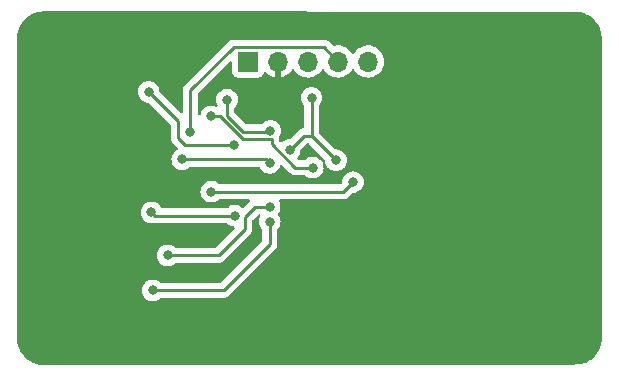
<source format=gbr>
%TF.GenerationSoftware,KiCad,Pcbnew,(6.0.4)*%
%TF.CreationDate,2022-05-29T02:27:13+01:00*%
%TF.ProjectId,16-LED Board,31362d4c-4544-4204-926f-6172642e6b69,V1.0*%
%TF.SameCoordinates,Original*%
%TF.FileFunction,Copper,L2,Bot*%
%TF.FilePolarity,Positive*%
%FSLAX46Y46*%
G04 Gerber Fmt 4.6, Leading zero omitted, Abs format (unit mm)*
G04 Created by KiCad (PCBNEW (6.0.4)) date 2022-05-29 02:27:13*
%MOMM*%
%LPD*%
G01*
G04 APERTURE LIST*
%TA.AperFunction,ComponentPad*%
%ADD10R,1.700000X1.700000*%
%TD*%
%TA.AperFunction,ComponentPad*%
%ADD11O,1.700000X1.700000*%
%TD*%
%TA.AperFunction,ViaPad*%
%ADD12C,0.800000*%
%TD*%
%TA.AperFunction,ViaPad*%
%ADD13C,0.600000*%
%TD*%
%TA.AperFunction,Conductor*%
%ADD14C,0.250000*%
%TD*%
%TA.AperFunction,Conductor*%
%ADD15C,0.380000*%
%TD*%
G04 APERTURE END LIST*
D10*
%TO.P,J1,1,Pin_1*%
%TO.N,VCC*%
X141737000Y-93421200D03*
D11*
%TO.P,J1,2,Pin_2*%
%TO.N,GND*%
X144277000Y-93421200D03*
%TO.P,J1,3,Pin_3*%
%TO.N,/LATCH*%
X146817000Y-93421200D03*
%TO.P,J1,4,Pin_4*%
%TO.N,/CLOCK*%
X149357000Y-93421200D03*
%TO.P,J1,5,Pin_5*%
%TO.N,/DATA*%
X151897000Y-93421200D03*
%TD*%
D12*
%TO.N,/DATA_S*%
X138607800Y-98069400D03*
X147218400Y-102412800D03*
%TO.N,/LED15*%
X140563600Y-100457000D03*
X133324600Y-95986600D03*
%TO.N,/LED14*%
X136169400Y-101701600D03*
X143572000Y-102004780D03*
%TO.N,/CLOCK*%
X136843100Y-99390200D03*
%TO.N,/LATCH*%
X145265747Y-100914200D03*
%TO.N,/LED12*%
X140614400Y-106476800D03*
X133562600Y-106197400D03*
%TO.N,/LED10*%
X143572000Y-106984800D03*
X133654800Y-112801400D03*
%TO.N,/LED11*%
X143572000Y-105714800D03*
X134924800Y-109829600D03*
D13*
%TO.N,GND*%
X129489200Y-100888800D03*
D12*
%TO.N,/LED16*%
X143637000Y-99288600D03*
X139954000Y-96647000D03*
%TO.N,/DATA*%
X138622000Y-104444800D03*
X150627138Y-103628006D03*
%TO.N,/LATCH*%
X149188400Y-101777800D03*
X147116800Y-96494600D03*
D13*
%TO.N,GND*%
X154000200Y-96697800D03*
X151841200Y-110032800D03*
X164058600Y-97409000D03*
X144703800Y-96596200D03*
%TD*%
D14*
%TO.N,/DATA_S*%
X145739733Y-102412800D02*
X147218400Y-102412800D01*
X141287394Y-100013111D02*
X143764000Y-100013111D01*
X143764000Y-100013111D02*
X143764000Y-100437067D01*
X139343683Y-98069400D02*
X141287394Y-100013111D01*
X138607800Y-98069400D02*
X139343683Y-98069400D01*
X143764000Y-100437067D02*
X145739733Y-102412800D01*
%TO.N,/LED14*%
X143268820Y-101701600D02*
X143572000Y-102004780D01*
X136169400Y-101701600D02*
X143268820Y-101701600D01*
%TO.N,/LED15*%
X136398000Y-100457000D02*
X140563600Y-100457000D01*
X135813800Y-99872800D02*
X136398000Y-100457000D01*
X135813800Y-98475800D02*
X135813800Y-99872800D01*
X133324600Y-95986600D02*
X135813800Y-98475800D01*
%TO.N,/CLOCK*%
X148132489Y-92196689D02*
X149357000Y-93421200D01*
X136843100Y-95866078D02*
X140512489Y-92196689D01*
X140512489Y-92196689D02*
X148132489Y-92196689D01*
X136843100Y-99390200D02*
X136843100Y-95866078D01*
%TO.N,/LATCH*%
X146473747Y-99706200D02*
X147116800Y-99706200D01*
X145265747Y-100914200D02*
X146473747Y-99706200D01*
%TO.N,/LED12*%
X140614400Y-106476800D02*
X133842000Y-106476800D01*
X133842000Y-106476800D02*
X133562600Y-106197400D01*
%TO.N,/LED10*%
X143572000Y-108904000D02*
X143572000Y-106984800D01*
X133654800Y-112801400D02*
X139674600Y-112801400D01*
X139674600Y-112801400D02*
X143572000Y-108904000D01*
%TO.N,/LED11*%
X142341600Y-105714800D02*
X143572000Y-105714800D01*
X141452600Y-106603800D02*
X142341600Y-105714800D01*
X141452600Y-107619800D02*
X141452600Y-106603800D01*
X139242800Y-109829600D02*
X141452600Y-107619800D01*
X134924800Y-109829600D02*
X139242800Y-109829600D01*
D15*
%TO.N,GND*%
X153588800Y-95229600D02*
X145968800Y-95229600D01*
X145968800Y-95229600D02*
X144277000Y-95229600D01*
D14*
%TO.N,/LED16*%
X141274800Y-99364800D02*
X143560800Y-99364800D01*
X139954000Y-96647000D02*
X139954000Y-98044000D01*
X139954000Y-98044000D02*
X141274800Y-99364800D01*
X143560800Y-99364800D02*
X143637000Y-99288600D01*
%TO.N,/DATA*%
X150627138Y-103628006D02*
X149810344Y-104444800D01*
X149810344Y-104444800D02*
X138622000Y-104444800D01*
%TO.N,/LATCH*%
X147116800Y-99706200D02*
X149188400Y-101777800D01*
X147116800Y-96494600D02*
X147116800Y-99706200D01*
D15*
%TO.N,GND*%
X153416000Y-96113600D02*
X152704800Y-96113600D01*
X151841200Y-96977200D02*
X152704800Y-96113600D01*
X152704800Y-96113600D02*
X153588800Y-95229600D01*
X154000200Y-96697800D02*
X153416000Y-96113600D01*
X151841200Y-110032800D02*
X151841200Y-96977200D01*
X154538600Y-95229600D02*
X153588800Y-95229600D01*
X156718000Y-97409000D02*
X154538600Y-95229600D01*
X164058600Y-97409000D02*
X156718000Y-97409000D01*
X144277000Y-93421200D02*
X144277000Y-95229600D01*
X144277000Y-95229600D02*
X144277000Y-96169400D01*
X144277000Y-96169400D02*
X144703800Y-96596200D01*
%TD*%
%TA.AperFunction,Conductor*%
%TO.N,GND*%
G36*
X169393928Y-89205273D02*
G01*
X169413240Y-89206773D01*
X169428247Y-89209109D01*
X169428249Y-89209109D01*
X169437124Y-89210491D01*
X169454323Y-89208242D01*
X169478262Y-89207409D01*
X169705155Y-89221133D01*
X169720260Y-89222967D01*
X169970701Y-89268862D01*
X169985474Y-89272503D01*
X170228567Y-89348254D01*
X170242785Y-89353646D01*
X170474965Y-89458142D01*
X170488437Y-89465212D01*
X170678611Y-89580177D01*
X170706330Y-89596934D01*
X170718852Y-89605577D01*
X170919286Y-89762607D01*
X170930674Y-89772697D01*
X171110703Y-89952726D01*
X171120793Y-89964114D01*
X171262623Y-90145146D01*
X171277823Y-90164548D01*
X171286466Y-90177070D01*
X171418187Y-90394962D01*
X171425257Y-90408433D01*
X171521450Y-90622164D01*
X171529752Y-90640611D01*
X171535148Y-90654838D01*
X171610897Y-90897926D01*
X171614538Y-90912699D01*
X171660433Y-91163140D01*
X171662267Y-91178244D01*
X171674238Y-91376140D01*
X171675554Y-91397904D01*
X171674292Y-91424707D01*
X171674290Y-91424853D01*
X171672909Y-91433724D01*
X171674073Y-91442626D01*
X171674073Y-91442631D01*
X171677062Y-91465486D01*
X171678126Y-91481742D01*
X171684143Y-100994442D01*
X171692159Y-113667509D01*
X171694134Y-116790755D01*
X171692633Y-116810223D01*
X171690355Y-116824848D01*
X171690355Y-116824856D01*
X171688974Y-116833724D01*
X171691223Y-116850919D01*
X171692056Y-116874862D01*
X171678332Y-117101753D01*
X171676498Y-117116858D01*
X171630604Y-117367294D01*
X171626964Y-117382062D01*
X171551212Y-117625158D01*
X171545816Y-117639384D01*
X171441323Y-117871556D01*
X171434252Y-117885029D01*
X171302531Y-118102918D01*
X171293888Y-118115440D01*
X171136862Y-118315868D01*
X171126772Y-118327257D01*
X170946737Y-118507290D01*
X170935348Y-118517380D01*
X170734919Y-118674403D01*
X170722397Y-118683046D01*
X170504505Y-118814764D01*
X170491032Y-118821835D01*
X170258850Y-118926329D01*
X170244623Y-118931724D01*
X170163032Y-118957148D01*
X170001540Y-119007469D01*
X169986773Y-119011108D01*
X169752461Y-119054045D01*
X169736331Y-119057001D01*
X169721226Y-119058835D01*
X169704360Y-119059855D01*
X169501403Y-119072129D01*
X169475263Y-119070898D01*
X169474618Y-119070890D01*
X169465748Y-119069509D01*
X169456845Y-119070673D01*
X169456842Y-119070673D01*
X169433997Y-119073660D01*
X169417737Y-119074724D01*
X149189503Y-119086129D01*
X124458460Y-119100072D01*
X124439006Y-119098572D01*
X124424352Y-119096291D01*
X124415476Y-119094909D01*
X124398277Y-119097158D01*
X124374338Y-119097991D01*
X124147445Y-119084267D01*
X124132340Y-119082433D01*
X123881899Y-119036538D01*
X123867126Y-119032897D01*
X123797206Y-119011109D01*
X123624033Y-118957146D01*
X123609815Y-118951754D01*
X123377633Y-118847257D01*
X123364162Y-118840187D01*
X123322108Y-118814764D01*
X123146269Y-118708465D01*
X123133748Y-118699823D01*
X122933314Y-118542793D01*
X122921926Y-118532703D01*
X122741897Y-118352674D01*
X122731807Y-118341286D01*
X122574777Y-118140852D01*
X122566134Y-118128330D01*
X122434413Y-117910438D01*
X122427342Y-117896965D01*
X122415930Y-117871609D01*
X122322846Y-117664785D01*
X122317452Y-117650562D01*
X122241703Y-117407474D01*
X122238062Y-117392701D01*
X122192167Y-117142260D01*
X122190333Y-117127156D01*
X122188018Y-117088893D01*
X122177268Y-116911163D01*
X122178521Y-116887616D01*
X122178334Y-116887599D01*
X122178769Y-116882750D01*
X122179576Y-116877952D01*
X122179729Y-116865400D01*
X122175818Y-116838091D01*
X122174545Y-116820103D01*
X122185147Y-106197400D01*
X132649096Y-106197400D01*
X132649786Y-106203965D01*
X132667248Y-106370103D01*
X132669058Y-106387328D01*
X132728073Y-106568956D01*
X132731376Y-106574678D01*
X132731377Y-106574679D01*
X132753643Y-106613244D01*
X132823560Y-106734344D01*
X132827978Y-106739251D01*
X132827979Y-106739252D01*
X132883969Y-106801435D01*
X132951347Y-106876266D01*
X133050443Y-106948264D01*
X133091695Y-106978235D01*
X133105848Y-106988518D01*
X133111876Y-106991202D01*
X133111878Y-106991203D01*
X133112242Y-106991365D01*
X133280312Y-107066194D01*
X133373712Y-107086047D01*
X133460656Y-107104528D01*
X133460661Y-107104528D01*
X133467113Y-107105900D01*
X133658087Y-107105900D01*
X133676638Y-107101957D01*
X133734168Y-107103162D01*
X133761970Y-107110300D01*
X133782224Y-107110300D01*
X133801934Y-107111851D01*
X133821943Y-107115020D01*
X133829835Y-107114274D01*
X133865961Y-107110859D01*
X133877819Y-107110300D01*
X139906200Y-107110300D01*
X139974321Y-107130302D01*
X139993547Y-107146643D01*
X139993820Y-107146340D01*
X139998732Y-107150763D01*
X140003147Y-107155666D01*
X140157648Y-107267918D01*
X140163676Y-107270602D01*
X140163678Y-107270603D01*
X140326081Y-107342909D01*
X140332112Y-107345594D01*
X140433074Y-107367054D01*
X140516474Y-107384782D01*
X140578948Y-107418511D01*
X140613269Y-107480660D01*
X140608541Y-107551499D01*
X140579372Y-107597124D01*
X139017300Y-109159195D01*
X138954988Y-109193221D01*
X138928205Y-109196100D01*
X135633000Y-109196100D01*
X135564879Y-109176098D01*
X135545653Y-109159757D01*
X135545380Y-109160060D01*
X135540468Y-109155637D01*
X135536053Y-109150734D01*
X135381552Y-109038482D01*
X135375524Y-109035798D01*
X135375522Y-109035797D01*
X135213119Y-108963491D01*
X135213118Y-108963491D01*
X135207088Y-108960806D01*
X135113688Y-108940953D01*
X135026744Y-108922472D01*
X135026739Y-108922472D01*
X135020287Y-108921100D01*
X134829313Y-108921100D01*
X134822861Y-108922472D01*
X134822856Y-108922472D01*
X134735912Y-108940953D01*
X134642512Y-108960806D01*
X134636482Y-108963491D01*
X134636481Y-108963491D01*
X134474078Y-109035797D01*
X134474076Y-109035798D01*
X134468048Y-109038482D01*
X134313547Y-109150734D01*
X134309126Y-109155644D01*
X134309125Y-109155645D01*
X134213754Y-109261566D01*
X134185760Y-109292656D01*
X134090273Y-109458044D01*
X134031258Y-109639672D01*
X134011296Y-109829600D01*
X134031258Y-110019528D01*
X134090273Y-110201156D01*
X134185760Y-110366544D01*
X134190178Y-110371451D01*
X134190179Y-110371452D01*
X134272252Y-110462603D01*
X134313547Y-110508466D01*
X134468048Y-110620718D01*
X134474076Y-110623402D01*
X134474078Y-110623403D01*
X134636481Y-110695709D01*
X134642512Y-110698394D01*
X134735912Y-110718247D01*
X134822856Y-110736728D01*
X134822861Y-110736728D01*
X134829313Y-110738100D01*
X135020287Y-110738100D01*
X135026739Y-110736728D01*
X135026744Y-110736728D01*
X135113688Y-110718247D01*
X135207088Y-110698394D01*
X135213119Y-110695709D01*
X135375522Y-110623403D01*
X135375524Y-110623402D01*
X135381552Y-110620718D01*
X135536053Y-110508466D01*
X135540468Y-110503563D01*
X135545380Y-110499140D01*
X135546505Y-110500389D01*
X135599814Y-110467549D01*
X135633000Y-110463100D01*
X139164033Y-110463100D01*
X139175216Y-110463627D01*
X139182709Y-110465302D01*
X139190635Y-110465053D01*
X139190636Y-110465053D01*
X139250786Y-110463162D01*
X139254745Y-110463100D01*
X139282656Y-110463100D01*
X139286591Y-110462603D01*
X139286656Y-110462595D01*
X139298493Y-110461662D01*
X139330751Y-110460648D01*
X139334770Y-110460522D01*
X139342689Y-110460273D01*
X139362143Y-110454621D01*
X139381500Y-110450613D01*
X139393730Y-110449068D01*
X139393731Y-110449068D01*
X139401597Y-110448074D01*
X139408968Y-110445155D01*
X139408970Y-110445155D01*
X139442712Y-110431796D01*
X139453942Y-110427951D01*
X139488783Y-110417829D01*
X139488784Y-110417829D01*
X139496393Y-110415618D01*
X139503212Y-110411585D01*
X139503217Y-110411583D01*
X139513828Y-110405307D01*
X139531576Y-110396612D01*
X139550417Y-110389152D01*
X139586187Y-110363164D01*
X139596107Y-110356648D01*
X139627335Y-110338180D01*
X139627338Y-110338178D01*
X139634162Y-110334142D01*
X139648483Y-110319821D01*
X139663517Y-110306980D01*
X139673494Y-110299731D01*
X139679907Y-110295072D01*
X139708098Y-110260995D01*
X139716088Y-110252216D01*
X141844853Y-108123452D01*
X141853139Y-108115912D01*
X141859618Y-108111800D01*
X141906244Y-108062148D01*
X141908998Y-108059307D01*
X141928735Y-108039570D01*
X141931215Y-108036373D01*
X141938920Y-108027351D01*
X141963759Y-108000900D01*
X141969186Y-107995121D01*
X141973005Y-107988175D01*
X141973007Y-107988172D01*
X141978948Y-107977366D01*
X141989799Y-107960847D01*
X141997358Y-107951101D01*
X142002214Y-107944841D01*
X142005359Y-107937572D01*
X142005362Y-107937568D01*
X142019774Y-107904263D01*
X142024991Y-107893613D01*
X142046295Y-107854860D01*
X142051333Y-107835237D01*
X142057737Y-107816534D01*
X142062633Y-107805220D01*
X142062633Y-107805219D01*
X142065781Y-107797945D01*
X142067020Y-107790122D01*
X142067023Y-107790112D01*
X142072699Y-107754276D01*
X142075105Y-107742656D01*
X142084128Y-107707511D01*
X142084128Y-107707510D01*
X142086100Y-107699830D01*
X142086100Y-107679576D01*
X142087651Y-107659865D01*
X142089580Y-107647686D01*
X142090820Y-107639857D01*
X142086659Y-107595838D01*
X142086100Y-107583981D01*
X142086100Y-106918395D01*
X142106102Y-106850274D01*
X142123005Y-106829299D01*
X142567101Y-106385204D01*
X142629413Y-106351179D01*
X142656196Y-106348300D01*
X142672200Y-106348300D01*
X142740321Y-106368302D01*
X142786814Y-106421958D01*
X142796918Y-106492232D01*
X142781319Y-106537300D01*
X142740777Y-106607521D01*
X142737473Y-106613244D01*
X142678458Y-106794872D01*
X142677768Y-106801433D01*
X142677768Y-106801435D01*
X142672635Y-106850274D01*
X142658496Y-106984800D01*
X142659186Y-106991365D01*
X142676455Y-107155666D01*
X142678458Y-107174728D01*
X142737473Y-107356356D01*
X142832960Y-107521744D01*
X142906137Y-107603015D01*
X142936853Y-107667021D01*
X142938500Y-107687324D01*
X142938500Y-108589406D01*
X142918498Y-108657527D01*
X142901595Y-108678501D01*
X139449100Y-112130995D01*
X139386788Y-112165021D01*
X139360005Y-112167900D01*
X134363000Y-112167900D01*
X134294879Y-112147898D01*
X134275653Y-112131557D01*
X134275380Y-112131860D01*
X134270468Y-112127437D01*
X134266053Y-112122534D01*
X134111552Y-112010282D01*
X134105524Y-112007598D01*
X134105522Y-112007597D01*
X133943119Y-111935291D01*
X133943118Y-111935291D01*
X133937088Y-111932606D01*
X133843688Y-111912753D01*
X133756744Y-111894272D01*
X133756739Y-111894272D01*
X133750287Y-111892900D01*
X133559313Y-111892900D01*
X133552861Y-111894272D01*
X133552856Y-111894272D01*
X133465912Y-111912753D01*
X133372512Y-111932606D01*
X133366482Y-111935291D01*
X133366481Y-111935291D01*
X133204078Y-112007597D01*
X133204076Y-112007598D01*
X133198048Y-112010282D01*
X133043547Y-112122534D01*
X133039126Y-112127444D01*
X133039125Y-112127445D01*
X133005292Y-112165021D01*
X132915760Y-112264456D01*
X132820273Y-112429844D01*
X132761258Y-112611472D01*
X132741296Y-112801400D01*
X132761258Y-112991328D01*
X132820273Y-113172956D01*
X132915760Y-113338344D01*
X132920178Y-113343251D01*
X132920179Y-113343252D01*
X133002252Y-113434403D01*
X133043547Y-113480266D01*
X133198048Y-113592518D01*
X133204076Y-113595202D01*
X133204078Y-113595203D01*
X133366481Y-113667509D01*
X133372512Y-113670194D01*
X133465912Y-113690047D01*
X133552856Y-113708528D01*
X133552861Y-113708528D01*
X133559313Y-113709900D01*
X133750287Y-113709900D01*
X133756739Y-113708528D01*
X133756744Y-113708528D01*
X133843688Y-113690047D01*
X133937088Y-113670194D01*
X133943119Y-113667509D01*
X134105522Y-113595203D01*
X134105524Y-113595202D01*
X134111552Y-113592518D01*
X134266053Y-113480266D01*
X134270468Y-113475363D01*
X134275380Y-113470940D01*
X134276505Y-113472189D01*
X134329814Y-113439349D01*
X134363000Y-113434900D01*
X139595833Y-113434900D01*
X139607016Y-113435427D01*
X139614509Y-113437102D01*
X139622435Y-113436853D01*
X139622436Y-113436853D01*
X139682586Y-113434962D01*
X139686545Y-113434900D01*
X139714456Y-113434900D01*
X139718391Y-113434403D01*
X139718456Y-113434395D01*
X139730293Y-113433462D01*
X139762551Y-113432448D01*
X139766570Y-113432322D01*
X139774489Y-113432073D01*
X139793943Y-113426421D01*
X139813300Y-113422413D01*
X139825530Y-113420868D01*
X139825531Y-113420868D01*
X139833397Y-113419874D01*
X139840768Y-113416955D01*
X139840770Y-113416955D01*
X139874512Y-113403596D01*
X139885742Y-113399751D01*
X139920583Y-113389629D01*
X139920584Y-113389629D01*
X139928193Y-113387418D01*
X139935012Y-113383385D01*
X139935017Y-113383383D01*
X139945628Y-113377107D01*
X139963376Y-113368412D01*
X139982217Y-113360952D01*
X140017987Y-113334964D01*
X140027907Y-113328448D01*
X140059135Y-113309980D01*
X140059138Y-113309978D01*
X140065962Y-113305942D01*
X140080283Y-113291621D01*
X140095317Y-113278780D01*
X140105294Y-113271531D01*
X140111707Y-113266872D01*
X140139898Y-113232795D01*
X140147888Y-113224016D01*
X143964253Y-109407652D01*
X143972539Y-109400112D01*
X143979018Y-109396000D01*
X144025644Y-109346348D01*
X144028398Y-109343507D01*
X144048135Y-109323770D01*
X144050615Y-109320573D01*
X144058320Y-109311551D01*
X144070694Y-109298374D01*
X144088586Y-109279321D01*
X144092405Y-109272375D01*
X144092407Y-109272372D01*
X144098348Y-109261566D01*
X144109199Y-109245047D01*
X144116758Y-109235301D01*
X144121614Y-109229041D01*
X144124759Y-109221772D01*
X144124762Y-109221768D01*
X144139174Y-109188463D01*
X144144391Y-109177813D01*
X144165695Y-109139060D01*
X144170733Y-109119437D01*
X144177137Y-109100734D01*
X144182033Y-109089420D01*
X144182033Y-109089419D01*
X144185181Y-109082145D01*
X144186420Y-109074322D01*
X144186423Y-109074312D01*
X144192099Y-109038476D01*
X144194505Y-109026856D01*
X144203528Y-108991711D01*
X144203528Y-108991710D01*
X144205500Y-108984030D01*
X144205500Y-108963776D01*
X144207051Y-108944065D01*
X144208980Y-108931886D01*
X144210220Y-108924057D01*
X144206059Y-108880038D01*
X144205500Y-108868181D01*
X144205500Y-107687324D01*
X144225502Y-107619203D01*
X144237858Y-107603021D01*
X144311040Y-107521744D01*
X144406527Y-107356356D01*
X144465542Y-107174728D01*
X144467546Y-107155666D01*
X144484814Y-106991365D01*
X144485504Y-106984800D01*
X144471365Y-106850274D01*
X144466232Y-106801435D01*
X144466232Y-106801433D01*
X144465542Y-106794872D01*
X144406527Y-106613244D01*
X144384262Y-106574679D01*
X144362681Y-106537300D01*
X144311040Y-106447856D01*
X144298662Y-106434109D01*
X144267946Y-106370103D01*
X144276710Y-106299650D01*
X144298661Y-106265493D01*
X144311040Y-106251744D01*
X144406527Y-106086356D01*
X144465542Y-105904728D01*
X144473173Y-105832129D01*
X144484814Y-105721365D01*
X144485504Y-105714800D01*
X144479792Y-105660456D01*
X144466232Y-105531435D01*
X144466232Y-105531433D01*
X144465542Y-105524872D01*
X144406527Y-105343244D01*
X144389409Y-105313594D01*
X144362681Y-105267300D01*
X144345943Y-105198304D01*
X144369164Y-105131213D01*
X144424971Y-105087326D01*
X144471800Y-105078300D01*
X149731577Y-105078300D01*
X149742760Y-105078827D01*
X149750253Y-105080502D01*
X149758179Y-105080253D01*
X149758180Y-105080253D01*
X149818330Y-105078362D01*
X149822289Y-105078300D01*
X149850200Y-105078300D01*
X149854135Y-105077803D01*
X149854200Y-105077795D01*
X149866037Y-105076862D01*
X149898295Y-105075848D01*
X149902314Y-105075722D01*
X149910233Y-105075473D01*
X149929687Y-105069821D01*
X149949044Y-105065813D01*
X149961274Y-105064268D01*
X149961275Y-105064268D01*
X149969141Y-105063274D01*
X149976512Y-105060355D01*
X149976514Y-105060355D01*
X150010256Y-105046996D01*
X150021486Y-105043151D01*
X150056327Y-105033029D01*
X150056328Y-105033029D01*
X150063937Y-105030818D01*
X150070756Y-105026785D01*
X150070761Y-105026783D01*
X150081372Y-105020507D01*
X150099120Y-105011812D01*
X150117961Y-105004352D01*
X150153731Y-104978364D01*
X150163651Y-104971848D01*
X150194879Y-104953380D01*
X150194882Y-104953378D01*
X150201706Y-104949342D01*
X150216027Y-104935021D01*
X150231061Y-104922180D01*
X150241038Y-104914931D01*
X150247451Y-104910272D01*
X150275642Y-104876195D01*
X150283632Y-104867416D01*
X150577637Y-104573411D01*
X150639949Y-104539385D01*
X150666732Y-104536506D01*
X150722625Y-104536506D01*
X150729077Y-104535134D01*
X150729082Y-104535134D01*
X150816026Y-104516653D01*
X150909426Y-104496800D01*
X150915457Y-104494115D01*
X151077860Y-104421809D01*
X151077862Y-104421808D01*
X151083890Y-104419124D01*
X151238391Y-104306872D01*
X151366178Y-104164950D01*
X151461665Y-103999562D01*
X151520680Y-103817934D01*
X151526146Y-103765934D01*
X151539952Y-103634571D01*
X151540642Y-103628006D01*
X151531148Y-103537672D01*
X151521370Y-103444641D01*
X151521370Y-103444639D01*
X151520680Y-103438078D01*
X151461665Y-103256450D01*
X151366178Y-103091062D01*
X151329452Y-103050273D01*
X151242813Y-102954051D01*
X151242812Y-102954050D01*
X151238391Y-102949140D01*
X151126435Y-102867799D01*
X151089232Y-102840769D01*
X151089231Y-102840768D01*
X151083890Y-102836888D01*
X151077862Y-102834204D01*
X151077860Y-102834203D01*
X150915457Y-102761897D01*
X150915456Y-102761897D01*
X150909426Y-102759212D01*
X150816025Y-102739359D01*
X150729082Y-102720878D01*
X150729077Y-102720878D01*
X150722625Y-102719506D01*
X150531651Y-102719506D01*
X150525199Y-102720878D01*
X150525194Y-102720878D01*
X150438251Y-102739359D01*
X150344850Y-102759212D01*
X150338820Y-102761897D01*
X150338819Y-102761897D01*
X150176416Y-102834203D01*
X150176414Y-102834204D01*
X150170386Y-102836888D01*
X150165045Y-102840768D01*
X150165044Y-102840769D01*
X150127841Y-102867799D01*
X150015885Y-102949140D01*
X150011464Y-102954050D01*
X150011463Y-102954051D01*
X149924825Y-103050273D01*
X149888098Y-103091062D01*
X149792611Y-103256450D01*
X149733596Y-103438078D01*
X149732906Y-103444639D01*
X149732906Y-103444641D01*
X149716231Y-103603298D01*
X149689218Y-103668955D01*
X149680016Y-103679224D01*
X149584843Y-103774396D01*
X149522531Y-103808421D01*
X149495748Y-103811300D01*
X139330200Y-103811300D01*
X139262079Y-103791298D01*
X139242853Y-103774957D01*
X139242580Y-103775260D01*
X139237668Y-103770837D01*
X139233253Y-103765934D01*
X139211671Y-103750254D01*
X139084094Y-103657563D01*
X139084093Y-103657562D01*
X139078752Y-103653682D01*
X139072724Y-103650998D01*
X139072722Y-103650997D01*
X138910319Y-103578691D01*
X138910318Y-103578691D01*
X138904288Y-103576006D01*
X138810887Y-103556153D01*
X138723944Y-103537672D01*
X138723939Y-103537672D01*
X138717487Y-103536300D01*
X138526513Y-103536300D01*
X138520061Y-103537672D01*
X138520056Y-103537672D01*
X138433112Y-103556153D01*
X138339712Y-103576006D01*
X138333682Y-103578691D01*
X138333681Y-103578691D01*
X138171278Y-103650997D01*
X138171276Y-103650998D01*
X138165248Y-103653682D01*
X138159907Y-103657562D01*
X138159906Y-103657563D01*
X138109843Y-103693936D01*
X138010747Y-103765934D01*
X138006326Y-103770844D01*
X138006325Y-103770845D01*
X137972492Y-103808421D01*
X137882960Y-103907856D01*
X137787473Y-104073244D01*
X137728458Y-104254872D01*
X137727768Y-104261433D01*
X137727768Y-104261435D01*
X137711603Y-104415243D01*
X137708496Y-104444800D01*
X137709186Y-104451365D01*
X137718135Y-104536506D01*
X137728458Y-104634728D01*
X137787473Y-104816356D01*
X137882960Y-104981744D01*
X137887378Y-104986651D01*
X137887379Y-104986652D01*
X137986130Y-105096326D01*
X138010747Y-105123666D01*
X138165248Y-105235918D01*
X138171276Y-105238602D01*
X138171278Y-105238603D01*
X138294344Y-105293395D01*
X138339712Y-105313594D01*
X138433112Y-105333447D01*
X138520056Y-105351928D01*
X138520061Y-105351928D01*
X138526513Y-105353300D01*
X138717487Y-105353300D01*
X138723939Y-105351928D01*
X138723944Y-105351928D01*
X138810887Y-105333447D01*
X138904288Y-105313594D01*
X138949656Y-105293395D01*
X139072722Y-105238603D01*
X139072724Y-105238602D01*
X139078752Y-105235918D01*
X139233253Y-105123666D01*
X139237668Y-105118763D01*
X139242580Y-105114340D01*
X139243705Y-105115589D01*
X139297014Y-105082749D01*
X139330200Y-105078300D01*
X141778004Y-105078300D01*
X141846125Y-105098302D01*
X141892618Y-105151958D01*
X141902722Y-105222232D01*
X141873228Y-105286812D01*
X141867100Y-105293395D01*
X141590824Y-105569672D01*
X141381045Y-105779451D01*
X141318732Y-105813476D01*
X141247917Y-105808412D01*
X141217888Y-105792292D01*
X141076494Y-105689563D01*
X141076493Y-105689562D01*
X141071152Y-105685682D01*
X141065124Y-105682998D01*
X141065122Y-105682997D01*
X140902719Y-105610691D01*
X140902718Y-105610691D01*
X140896688Y-105608006D01*
X140803288Y-105588153D01*
X140716344Y-105569672D01*
X140716339Y-105569672D01*
X140709887Y-105568300D01*
X140518913Y-105568300D01*
X140512461Y-105569672D01*
X140512456Y-105569672D01*
X140425512Y-105588153D01*
X140332112Y-105608006D01*
X140326082Y-105610691D01*
X140326081Y-105610691D01*
X140163678Y-105682997D01*
X140163676Y-105682998D01*
X140157648Y-105685682D01*
X140152307Y-105689562D01*
X140152306Y-105689563D01*
X140108535Y-105721365D01*
X140003147Y-105797934D01*
X139998732Y-105802837D01*
X139993820Y-105807260D01*
X139992695Y-105806011D01*
X139939386Y-105838851D01*
X139906200Y-105843300D01*
X134479951Y-105843300D01*
X134411830Y-105823298D01*
X134370832Y-105780300D01*
X134336806Y-105721365D01*
X134301640Y-105660456D01*
X134256832Y-105610691D01*
X134178275Y-105523445D01*
X134178274Y-105523444D01*
X134173853Y-105518534D01*
X134019352Y-105406282D01*
X134013324Y-105403598D01*
X134013322Y-105403597D01*
X133850919Y-105331291D01*
X133850918Y-105331291D01*
X133844888Y-105328606D01*
X133751487Y-105308753D01*
X133664544Y-105290272D01*
X133664539Y-105290272D01*
X133658087Y-105288900D01*
X133467113Y-105288900D01*
X133460661Y-105290272D01*
X133460656Y-105290272D01*
X133373712Y-105308753D01*
X133280312Y-105328606D01*
X133274282Y-105331291D01*
X133274281Y-105331291D01*
X133111878Y-105403597D01*
X133111876Y-105403598D01*
X133105848Y-105406282D01*
X132951347Y-105518534D01*
X132946926Y-105523444D01*
X132946925Y-105523445D01*
X132868369Y-105610691D01*
X132823560Y-105660456D01*
X132788394Y-105721365D01*
X132739524Y-105806011D01*
X132728073Y-105825844D01*
X132669058Y-106007472D01*
X132668368Y-106014033D01*
X132668368Y-106014035D01*
X132649786Y-106190835D01*
X132649096Y-106197400D01*
X122185147Y-106197400D01*
X122195337Y-95986600D01*
X132411096Y-95986600D01*
X132411786Y-95993165D01*
X132424673Y-96115774D01*
X132431058Y-96176528D01*
X132490073Y-96358156D01*
X132585560Y-96523544D01*
X132713347Y-96665466D01*
X132867848Y-96777718D01*
X132873876Y-96780402D01*
X132873878Y-96780403D01*
X133000836Y-96836928D01*
X133042312Y-96855394D01*
X133135713Y-96875247D01*
X133222656Y-96893728D01*
X133222661Y-96893728D01*
X133229113Y-96895100D01*
X133285006Y-96895100D01*
X133353127Y-96915102D01*
X133374101Y-96932005D01*
X135143395Y-98701299D01*
X135177421Y-98763611D01*
X135180300Y-98790394D01*
X135180300Y-99794033D01*
X135179773Y-99805216D01*
X135178098Y-99812709D01*
X135178347Y-99820635D01*
X135178347Y-99820636D01*
X135180238Y-99880786D01*
X135180300Y-99884745D01*
X135180300Y-99912656D01*
X135180797Y-99916590D01*
X135180797Y-99916591D01*
X135180805Y-99916656D01*
X135181738Y-99928493D01*
X135183127Y-99972689D01*
X135187938Y-99989249D01*
X135188778Y-99992139D01*
X135192787Y-100011500D01*
X135195326Y-100031597D01*
X135198245Y-100038968D01*
X135198245Y-100038970D01*
X135211604Y-100072712D01*
X135215449Y-100083942D01*
X135225571Y-100118783D01*
X135227782Y-100126393D01*
X135231815Y-100133212D01*
X135231817Y-100133217D01*
X135238093Y-100143828D01*
X135246788Y-100161576D01*
X135254248Y-100180417D01*
X135258910Y-100186833D01*
X135258910Y-100186834D01*
X135280236Y-100216187D01*
X135286752Y-100226107D01*
X135297148Y-100243685D01*
X135309258Y-100264162D01*
X135323579Y-100278483D01*
X135336419Y-100293516D01*
X135348328Y-100309907D01*
X135354434Y-100314958D01*
X135382405Y-100338098D01*
X135391184Y-100346088D01*
X135751104Y-100706008D01*
X135785130Y-100768320D01*
X135780065Y-100839135D01*
X135737518Y-100895971D01*
X135724048Y-100903882D01*
X135724401Y-100904493D01*
X135718678Y-100907797D01*
X135712648Y-100910482D01*
X135558147Y-101022734D01*
X135553726Y-101027644D01*
X135553725Y-101027645D01*
X135484860Y-101104128D01*
X135430360Y-101164656D01*
X135386366Y-101240856D01*
X135357139Y-101291479D01*
X135334873Y-101330044D01*
X135275858Y-101511672D01*
X135275168Y-101518233D01*
X135275168Y-101518235D01*
X135272177Y-101546691D01*
X135255896Y-101701600D01*
X135256586Y-101708165D01*
X135264063Y-101779300D01*
X135275858Y-101891528D01*
X135334873Y-102073156D01*
X135430360Y-102238544D01*
X135558147Y-102380466D01*
X135712648Y-102492718D01*
X135718676Y-102495402D01*
X135718678Y-102495403D01*
X135833741Y-102546632D01*
X135887112Y-102570394D01*
X135980513Y-102590247D01*
X136067456Y-102608728D01*
X136067461Y-102608728D01*
X136073913Y-102610100D01*
X136264887Y-102610100D01*
X136271339Y-102608728D01*
X136271344Y-102608728D01*
X136358287Y-102590247D01*
X136451688Y-102570394D01*
X136505059Y-102546632D01*
X136620122Y-102495403D01*
X136620124Y-102495402D01*
X136626152Y-102492718D01*
X136780653Y-102380466D01*
X136785068Y-102375563D01*
X136789980Y-102371140D01*
X136791105Y-102372389D01*
X136844414Y-102339549D01*
X136877600Y-102335100D01*
X142640919Y-102335100D01*
X142709040Y-102355102D01*
X142750038Y-102398100D01*
X142829658Y-102536006D01*
X142829661Y-102536011D01*
X142832960Y-102541724D01*
X142837378Y-102546631D01*
X142837379Y-102546632D01*
X142956325Y-102678735D01*
X142960747Y-102683646D01*
X143115248Y-102795898D01*
X143121276Y-102798582D01*
X143121278Y-102798583D01*
X143207313Y-102836888D01*
X143289712Y-102873574D01*
X143373609Y-102891407D01*
X143470056Y-102911908D01*
X143470061Y-102911908D01*
X143476513Y-102913280D01*
X143667487Y-102913280D01*
X143673939Y-102911908D01*
X143673944Y-102911908D01*
X143770391Y-102891407D01*
X143854288Y-102873574D01*
X143936687Y-102836888D01*
X144022722Y-102798583D01*
X144022724Y-102798582D01*
X144028752Y-102795898D01*
X144183253Y-102683646D01*
X144187675Y-102678735D01*
X144306621Y-102546632D01*
X144306622Y-102546631D01*
X144311040Y-102541724D01*
X144381684Y-102419365D01*
X144403223Y-102382059D01*
X144403224Y-102382058D01*
X144406527Y-102376336D01*
X144441290Y-102269347D01*
X144481364Y-102210742D01*
X144546761Y-102183105D01*
X144616717Y-102195212D01*
X144650218Y-102219189D01*
X145236076Y-102805047D01*
X145243620Y-102813337D01*
X145247733Y-102819818D01*
X145253510Y-102825243D01*
X145297400Y-102866458D01*
X145300242Y-102869213D01*
X145319963Y-102888934D01*
X145323158Y-102891412D01*
X145332180Y-102899118D01*
X145364412Y-102929386D01*
X145371361Y-102933206D01*
X145382165Y-102939146D01*
X145398689Y-102949999D01*
X145414692Y-102962413D01*
X145455276Y-102979976D01*
X145465906Y-102985183D01*
X145504673Y-103006495D01*
X145512350Y-103008466D01*
X145512355Y-103008468D01*
X145524291Y-103011532D01*
X145542999Y-103017937D01*
X145561588Y-103025981D01*
X145569413Y-103027220D01*
X145569415Y-103027221D01*
X145605252Y-103032897D01*
X145616873Y-103035304D01*
X145652022Y-103044328D01*
X145659703Y-103046300D01*
X145679964Y-103046300D01*
X145699673Y-103047851D01*
X145719676Y-103051019D01*
X145727568Y-103050273D01*
X145732795Y-103049779D01*
X145763687Y-103046859D01*
X145775544Y-103046300D01*
X146510200Y-103046300D01*
X146578321Y-103066302D01*
X146597547Y-103082643D01*
X146597820Y-103082340D01*
X146602732Y-103086763D01*
X146607147Y-103091666D01*
X146761648Y-103203918D01*
X146767676Y-103206602D01*
X146767678Y-103206603D01*
X146930081Y-103278909D01*
X146936112Y-103281594D01*
X147029512Y-103301447D01*
X147116456Y-103319928D01*
X147116461Y-103319928D01*
X147122913Y-103321300D01*
X147313887Y-103321300D01*
X147320339Y-103319928D01*
X147320344Y-103319928D01*
X147407287Y-103301447D01*
X147500688Y-103281594D01*
X147506719Y-103278909D01*
X147669122Y-103206603D01*
X147669124Y-103206602D01*
X147675152Y-103203918D01*
X147829653Y-103091666D01*
X147866252Y-103051019D01*
X147953021Y-102954652D01*
X147953022Y-102954651D01*
X147957440Y-102949744D01*
X148032453Y-102819818D01*
X148049623Y-102790079D01*
X148049624Y-102790078D01*
X148052927Y-102784356D01*
X148111942Y-102602728D01*
X148115214Y-102571603D01*
X148131214Y-102419365D01*
X148131904Y-102412800D01*
X148124205Y-102339549D01*
X148112632Y-102229435D01*
X148112632Y-102229433D01*
X148111942Y-102222872D01*
X148052927Y-102041244D01*
X147957440Y-101875856D01*
X147829653Y-101733934D01*
X147675152Y-101621682D01*
X147669124Y-101618998D01*
X147669122Y-101618997D01*
X147506719Y-101546691D01*
X147506718Y-101546691D01*
X147500688Y-101544006D01*
X147379446Y-101518235D01*
X147320344Y-101505672D01*
X147320339Y-101505672D01*
X147313887Y-101504300D01*
X147122913Y-101504300D01*
X147116461Y-101505672D01*
X147116456Y-101505672D01*
X147057354Y-101518235D01*
X146936112Y-101544006D01*
X146930082Y-101546691D01*
X146930081Y-101546691D01*
X146767678Y-101618997D01*
X146767676Y-101618998D01*
X146761648Y-101621682D01*
X146607147Y-101733934D01*
X146602732Y-101738837D01*
X146597820Y-101743260D01*
X146596695Y-101742011D01*
X146543386Y-101774851D01*
X146510200Y-101779300D01*
X146054328Y-101779300D01*
X145986207Y-101759298D01*
X145965233Y-101742395D01*
X145932601Y-101709763D01*
X145898575Y-101647451D01*
X145903640Y-101576636D01*
X145928060Y-101536358D01*
X146000368Y-101456052D01*
X146000369Y-101456051D01*
X146004787Y-101451144D01*
X146074704Y-101330044D01*
X146096970Y-101291479D01*
X146096971Y-101291478D01*
X146100274Y-101285756D01*
X146159289Y-101104128D01*
X146176654Y-100938908D01*
X146203667Y-100873251D01*
X146212869Y-100862982D01*
X146699248Y-100376604D01*
X146761560Y-100342579D01*
X146788343Y-100339700D01*
X146802206Y-100339700D01*
X146870327Y-100359702D01*
X146891301Y-100376605D01*
X148241278Y-101726583D01*
X148275304Y-101788895D01*
X148277493Y-101802506D01*
X148294858Y-101967728D01*
X148353873Y-102149356D01*
X148449360Y-102314744D01*
X148453778Y-102319651D01*
X148453779Y-102319652D01*
X148524414Y-102398100D01*
X148577147Y-102456666D01*
X148731648Y-102568918D01*
X148737676Y-102571602D01*
X148737678Y-102571603D01*
X148900081Y-102643909D01*
X148906112Y-102646594D01*
X148999512Y-102666447D01*
X149086456Y-102684928D01*
X149086461Y-102684928D01*
X149092913Y-102686300D01*
X149283887Y-102686300D01*
X149290339Y-102684928D01*
X149290344Y-102684928D01*
X149377288Y-102666447D01*
X149470688Y-102646594D01*
X149476719Y-102643909D01*
X149639122Y-102571603D01*
X149639124Y-102571602D01*
X149645152Y-102568918D01*
X149799653Y-102456666D01*
X149852386Y-102398100D01*
X149923021Y-102319652D01*
X149923022Y-102319651D01*
X149927440Y-102314744D01*
X150022927Y-102149356D01*
X150081942Y-101967728D01*
X150101904Y-101777800D01*
X150098183Y-101742395D01*
X150082632Y-101594435D01*
X150082632Y-101594433D01*
X150081942Y-101587872D01*
X150022927Y-101406244D01*
X149927440Y-101240856D01*
X149809983Y-101110406D01*
X149804075Y-101103845D01*
X149804074Y-101103844D01*
X149799653Y-101098934D01*
X149655833Y-100994442D01*
X149650494Y-100990563D01*
X149650493Y-100990562D01*
X149645152Y-100986682D01*
X149639124Y-100983998D01*
X149639122Y-100983997D01*
X149476719Y-100911691D01*
X149476718Y-100911691D01*
X149470688Y-100909006D01*
X149377288Y-100889153D01*
X149290344Y-100870672D01*
X149290339Y-100870672D01*
X149283887Y-100869300D01*
X149227994Y-100869300D01*
X149159873Y-100849298D01*
X149138899Y-100832395D01*
X147787205Y-99480700D01*
X147753179Y-99418388D01*
X147750300Y-99391605D01*
X147750300Y-97197124D01*
X147770302Y-97129003D01*
X147782658Y-97112821D01*
X147855840Y-97031544D01*
X147951327Y-96866156D01*
X148010342Y-96684528D01*
X148011938Y-96669349D01*
X148029614Y-96501165D01*
X148030304Y-96494600D01*
X148029614Y-96488035D01*
X148011032Y-96311235D01*
X148011032Y-96311233D01*
X148010342Y-96304672D01*
X147951327Y-96123044D01*
X147943829Y-96110056D01*
X147872551Y-95986600D01*
X147855840Y-95957656D01*
X147805635Y-95901897D01*
X147732475Y-95820645D01*
X147732474Y-95820644D01*
X147728053Y-95815734D01*
X147573552Y-95703482D01*
X147567524Y-95700798D01*
X147567522Y-95700797D01*
X147405119Y-95628491D01*
X147405118Y-95628491D01*
X147399088Y-95625806D01*
X147305688Y-95605953D01*
X147218744Y-95587472D01*
X147218739Y-95587472D01*
X147212287Y-95586100D01*
X147021313Y-95586100D01*
X147014861Y-95587472D01*
X147014856Y-95587472D01*
X146927912Y-95605953D01*
X146834512Y-95625806D01*
X146828482Y-95628491D01*
X146828481Y-95628491D01*
X146666078Y-95700797D01*
X146666076Y-95700798D01*
X146660048Y-95703482D01*
X146505547Y-95815734D01*
X146501126Y-95820644D01*
X146501125Y-95820645D01*
X146427966Y-95901897D01*
X146377760Y-95957656D01*
X146361049Y-95986600D01*
X146289772Y-96110056D01*
X146282273Y-96123044D01*
X146223258Y-96304672D01*
X146222568Y-96311233D01*
X146222568Y-96311235D01*
X146203986Y-96488035D01*
X146203296Y-96494600D01*
X146203986Y-96501165D01*
X146221663Y-96669349D01*
X146223258Y-96684528D01*
X146282273Y-96866156D01*
X146377760Y-97031544D01*
X146450937Y-97112815D01*
X146481653Y-97176821D01*
X146483300Y-97197124D01*
X146483300Y-98951585D01*
X146463298Y-99019706D01*
X146409642Y-99066199D01*
X146379256Y-99075357D01*
X146373858Y-99075527D01*
X146354404Y-99081179D01*
X146335047Y-99085187D01*
X146322817Y-99086732D01*
X146322816Y-99086732D01*
X146314950Y-99087726D01*
X146307579Y-99090645D01*
X146307577Y-99090645D01*
X146273835Y-99104004D01*
X146262605Y-99107849D01*
X146227764Y-99117971D01*
X146227763Y-99117971D01*
X146220154Y-99120182D01*
X146213335Y-99124215D01*
X146213330Y-99124217D01*
X146202719Y-99130493D01*
X146184971Y-99139188D01*
X146166130Y-99146648D01*
X146159714Y-99151310D01*
X146159713Y-99151310D01*
X146130360Y-99172636D01*
X146120440Y-99179152D01*
X146089212Y-99197620D01*
X146089209Y-99197622D01*
X146082385Y-99201658D01*
X146068064Y-99215979D01*
X146053031Y-99228819D01*
X146036640Y-99240728D01*
X146031590Y-99246832D01*
X146031585Y-99246837D01*
X146008454Y-99274798D01*
X146000464Y-99283579D01*
X145315246Y-99968796D01*
X145252934Y-100002821D01*
X145226151Y-100005700D01*
X145170260Y-100005700D01*
X145163808Y-100007072D01*
X145163803Y-100007072D01*
X145085436Y-100023730D01*
X144983459Y-100045406D01*
X144977429Y-100048091D01*
X144977428Y-100048091D01*
X144815025Y-100120397D01*
X144815023Y-100120398D01*
X144808995Y-100123082D01*
X144803654Y-100126962D01*
X144803653Y-100126963D01*
X144730080Y-100180417D01*
X144654494Y-100235334D01*
X144650079Y-100240237D01*
X144645167Y-100244660D01*
X144644289Y-100243685D01*
X144589868Y-100277209D01*
X144518884Y-100275853D01*
X144467590Y-100244752D01*
X144434405Y-100211567D01*
X144400379Y-100149255D01*
X144397500Y-100122472D01*
X144397500Y-100084904D01*
X144399732Y-100061295D01*
X144399790Y-100060992D01*
X144399790Y-100060988D01*
X144401275Y-100053205D01*
X144397749Y-99997160D01*
X144397500Y-99989249D01*
X144397500Y-99973255D01*
X144395494Y-99957381D01*
X144394751Y-99949513D01*
X144391723Y-99901374D01*
X144391723Y-99901373D01*
X144391225Y-99893461D01*
X144388776Y-99885923D01*
X144387290Y-99878133D01*
X144388723Y-99877860D01*
X144386946Y-99815553D01*
X144399686Y-99784589D01*
X144468223Y-99665879D01*
X144468224Y-99665878D01*
X144471527Y-99660156D01*
X144530542Y-99478528D01*
X144550504Y-99288600D01*
X144541366Y-99201658D01*
X144531232Y-99105235D01*
X144531232Y-99105233D01*
X144530542Y-99098672D01*
X144471527Y-98917044D01*
X144376040Y-98751656D01*
X144357712Y-98731300D01*
X144252675Y-98614645D01*
X144252674Y-98614644D01*
X144248253Y-98609734D01*
X144093752Y-98497482D01*
X144087724Y-98494798D01*
X144087722Y-98494797D01*
X143925319Y-98422491D01*
X143925318Y-98422491D01*
X143919288Y-98419806D01*
X143825887Y-98399953D01*
X143738944Y-98381472D01*
X143738939Y-98381472D01*
X143732487Y-98380100D01*
X143541513Y-98380100D01*
X143535061Y-98381472D01*
X143535056Y-98381472D01*
X143448113Y-98399953D01*
X143354712Y-98419806D01*
X143348682Y-98422491D01*
X143348681Y-98422491D01*
X143186278Y-98494797D01*
X143186276Y-98494798D01*
X143180248Y-98497482D01*
X143025747Y-98609734D01*
X142953825Y-98689612D01*
X142893382Y-98726850D01*
X142860191Y-98731300D01*
X141589395Y-98731300D01*
X141521274Y-98711298D01*
X141500300Y-98694395D01*
X140624405Y-97818500D01*
X140590379Y-97756188D01*
X140587500Y-97729405D01*
X140587500Y-97349524D01*
X140607502Y-97281403D01*
X140619858Y-97265221D01*
X140693040Y-97183944D01*
X140778198Y-97036447D01*
X140785223Y-97024279D01*
X140785224Y-97024278D01*
X140788527Y-97018556D01*
X140847542Y-96836928D01*
X140864250Y-96677965D01*
X140866814Y-96653565D01*
X140867504Y-96647000D01*
X140855044Y-96528452D01*
X140848232Y-96463635D01*
X140848232Y-96463633D01*
X140847542Y-96457072D01*
X140788527Y-96275444D01*
X140693040Y-96110056D01*
X140676402Y-96091577D01*
X140569675Y-95973045D01*
X140569674Y-95973044D01*
X140565253Y-95968134D01*
X140410752Y-95855882D01*
X140404724Y-95853198D01*
X140404722Y-95853197D01*
X140242319Y-95780891D01*
X140242318Y-95780891D01*
X140236288Y-95778206D01*
X140142888Y-95758353D01*
X140055944Y-95739872D01*
X140055939Y-95739872D01*
X140049487Y-95738500D01*
X139858513Y-95738500D01*
X139852061Y-95739872D01*
X139852056Y-95739872D01*
X139765113Y-95758353D01*
X139671712Y-95778206D01*
X139665682Y-95780891D01*
X139665681Y-95780891D01*
X139503278Y-95853197D01*
X139503276Y-95853198D01*
X139497248Y-95855882D01*
X139342747Y-95968134D01*
X139338326Y-95973044D01*
X139338325Y-95973045D01*
X139231599Y-96091577D01*
X139214960Y-96110056D01*
X139119473Y-96275444D01*
X139060458Y-96457072D01*
X139059768Y-96463633D01*
X139059768Y-96463635D01*
X139052956Y-96528452D01*
X139040496Y-96647000D01*
X139041186Y-96653565D01*
X139043751Y-96677965D01*
X139060458Y-96836928D01*
X139119473Y-97018556D01*
X139122776Y-97024278D01*
X139122777Y-97024279D01*
X139146416Y-97065223D01*
X139163154Y-97134219D01*
X139139933Y-97201311D01*
X139084126Y-97245198D01*
X139013451Y-97251946D01*
X138986048Y-97243330D01*
X138896119Y-97203291D01*
X138896118Y-97203291D01*
X138890088Y-97200606D01*
X138778189Y-97176821D01*
X138709744Y-97162272D01*
X138709739Y-97162272D01*
X138703287Y-97160900D01*
X138512313Y-97160900D01*
X138505861Y-97162272D01*
X138505856Y-97162272D01*
X138437411Y-97176821D01*
X138325512Y-97200606D01*
X138319482Y-97203291D01*
X138319481Y-97203291D01*
X138157078Y-97275597D01*
X138157076Y-97275598D01*
X138151048Y-97278282D01*
X137996547Y-97390534D01*
X137868760Y-97532456D01*
X137773273Y-97697844D01*
X137741307Y-97796223D01*
X137722433Y-97854312D01*
X137682359Y-97912918D01*
X137616963Y-97940555D01*
X137547006Y-97928448D01*
X137494700Y-97880442D01*
X137476600Y-97815376D01*
X137476600Y-96180672D01*
X137496602Y-96112551D01*
X137513505Y-96091577D01*
X140163405Y-93441677D01*
X140225717Y-93407651D01*
X140296532Y-93412716D01*
X140353368Y-93455263D01*
X140378179Y-93521783D01*
X140378500Y-93530772D01*
X140378500Y-94319334D01*
X140385255Y-94381516D01*
X140436385Y-94517905D01*
X140523739Y-94634461D01*
X140640295Y-94721815D01*
X140776684Y-94772945D01*
X140838866Y-94779700D01*
X142635134Y-94779700D01*
X142697316Y-94772945D01*
X142833705Y-94721815D01*
X142950261Y-94634461D01*
X143037615Y-94517905D01*
X143081798Y-94400048D01*
X143124440Y-94343284D01*
X143191001Y-94318584D01*
X143260350Y-94333792D01*
X143295017Y-94361780D01*
X143320218Y-94390873D01*
X143327580Y-94398083D01*
X143491434Y-94534116D01*
X143499881Y-94540031D01*
X143683756Y-94647479D01*
X143693042Y-94651929D01*
X143892001Y-94727903D01*
X143901899Y-94730779D01*
X144005250Y-94751806D01*
X144019299Y-94750610D01*
X144023000Y-94740265D01*
X144023000Y-93293200D01*
X144043002Y-93225079D01*
X144096658Y-93178586D01*
X144149000Y-93167200D01*
X144405000Y-93167200D01*
X144473121Y-93187202D01*
X144519614Y-93240858D01*
X144531000Y-93293200D01*
X144531000Y-94739717D01*
X144535064Y-94753559D01*
X144548478Y-94755593D01*
X144555184Y-94754734D01*
X144565262Y-94752592D01*
X144769255Y-94691391D01*
X144778842Y-94687633D01*
X144970095Y-94593939D01*
X144978945Y-94588664D01*
X145152328Y-94464992D01*
X145160200Y-94458339D01*
X145311052Y-94308012D01*
X145317730Y-94300165D01*
X145445022Y-94123019D01*
X145446279Y-94123922D01*
X145493373Y-94080562D01*
X145563311Y-94068345D01*
X145628751Y-94095878D01*
X145656579Y-94127711D01*
X145716987Y-94226288D01*
X145863250Y-94395138D01*
X146035126Y-94537832D01*
X146228000Y-94650538D01*
X146436692Y-94730230D01*
X146441760Y-94731261D01*
X146441763Y-94731262D01*
X146536862Y-94750610D01*
X146655597Y-94774767D01*
X146660772Y-94774957D01*
X146660774Y-94774957D01*
X146873673Y-94782764D01*
X146873677Y-94782764D01*
X146878837Y-94782953D01*
X146883957Y-94782297D01*
X146883959Y-94782297D01*
X147095288Y-94755225D01*
X147095289Y-94755225D01*
X147100416Y-94754568D01*
X147105366Y-94753083D01*
X147309429Y-94691861D01*
X147309434Y-94691859D01*
X147314384Y-94690374D01*
X147514994Y-94592096D01*
X147696860Y-94462373D01*
X147855096Y-94304689D01*
X147985453Y-94123277D01*
X147986776Y-94124228D01*
X148033645Y-94081057D01*
X148103580Y-94068825D01*
X148169026Y-94096344D01*
X148196875Y-94128194D01*
X148256987Y-94226288D01*
X148403250Y-94395138D01*
X148575126Y-94537832D01*
X148768000Y-94650538D01*
X148976692Y-94730230D01*
X148981760Y-94731261D01*
X148981763Y-94731262D01*
X149076862Y-94750610D01*
X149195597Y-94774767D01*
X149200772Y-94774957D01*
X149200774Y-94774957D01*
X149413673Y-94782764D01*
X149413677Y-94782764D01*
X149418837Y-94782953D01*
X149423957Y-94782297D01*
X149423959Y-94782297D01*
X149635288Y-94755225D01*
X149635289Y-94755225D01*
X149640416Y-94754568D01*
X149645366Y-94753083D01*
X149849429Y-94691861D01*
X149849434Y-94691859D01*
X149854384Y-94690374D01*
X150054994Y-94592096D01*
X150236860Y-94462373D01*
X150395096Y-94304689D01*
X150525453Y-94123277D01*
X150526776Y-94124228D01*
X150573645Y-94081057D01*
X150643580Y-94068825D01*
X150709026Y-94096344D01*
X150736875Y-94128194D01*
X150796987Y-94226288D01*
X150943250Y-94395138D01*
X151115126Y-94537832D01*
X151308000Y-94650538D01*
X151516692Y-94730230D01*
X151521760Y-94731261D01*
X151521763Y-94731262D01*
X151616862Y-94750610D01*
X151735597Y-94774767D01*
X151740772Y-94774957D01*
X151740774Y-94774957D01*
X151953673Y-94782764D01*
X151953677Y-94782764D01*
X151958837Y-94782953D01*
X151963957Y-94782297D01*
X151963959Y-94782297D01*
X152175288Y-94755225D01*
X152175289Y-94755225D01*
X152180416Y-94754568D01*
X152185366Y-94753083D01*
X152389429Y-94691861D01*
X152389434Y-94691859D01*
X152394384Y-94690374D01*
X152594994Y-94592096D01*
X152776860Y-94462373D01*
X152935096Y-94304689D01*
X153065453Y-94123277D01*
X153078995Y-94095878D01*
X153162136Y-93927653D01*
X153162137Y-93927651D01*
X153164430Y-93923011D01*
X153229370Y-93709269D01*
X153258529Y-93487790D01*
X153260156Y-93421200D01*
X153241852Y-93198561D01*
X153187431Y-92981902D01*
X153098354Y-92777040D01*
X152977014Y-92589477D01*
X152826670Y-92424251D01*
X152822619Y-92421052D01*
X152822615Y-92421048D01*
X152655414Y-92289000D01*
X152655410Y-92288998D01*
X152651359Y-92285798D01*
X152455789Y-92177838D01*
X152450920Y-92176114D01*
X152450916Y-92176112D01*
X152250087Y-92104995D01*
X152250083Y-92104994D01*
X152245212Y-92103269D01*
X152240119Y-92102362D01*
X152240116Y-92102361D01*
X152030373Y-92065000D01*
X152030367Y-92064999D01*
X152025284Y-92064094D01*
X151951452Y-92063192D01*
X151807081Y-92061428D01*
X151807079Y-92061428D01*
X151801911Y-92061365D01*
X151581091Y-92095155D01*
X151368756Y-92164557D01*
X151170607Y-92267707D01*
X151166474Y-92270810D01*
X151166471Y-92270812D01*
X151142247Y-92289000D01*
X150991965Y-92401835D01*
X150837629Y-92563338D01*
X150730201Y-92720821D01*
X150675293Y-92765821D01*
X150604768Y-92773992D01*
X150541021Y-92742738D01*
X150520324Y-92718254D01*
X150439822Y-92593817D01*
X150439820Y-92593814D01*
X150437014Y-92589477D01*
X150286670Y-92424251D01*
X150282619Y-92421052D01*
X150282615Y-92421048D01*
X150115414Y-92289000D01*
X150115410Y-92288998D01*
X150111359Y-92285798D01*
X149915789Y-92177838D01*
X149910920Y-92176114D01*
X149910916Y-92176112D01*
X149710087Y-92104995D01*
X149710083Y-92104994D01*
X149705212Y-92103269D01*
X149700119Y-92102362D01*
X149700116Y-92102361D01*
X149490373Y-92065000D01*
X149490367Y-92064999D01*
X149485284Y-92064094D01*
X149411452Y-92063192D01*
X149267081Y-92061428D01*
X149267079Y-92061428D01*
X149261911Y-92061365D01*
X149041091Y-92095155D01*
X149028532Y-92099260D01*
X148957568Y-92101410D01*
X148900294Y-92068589D01*
X148636141Y-91804436D01*
X148628601Y-91796150D01*
X148624489Y-91789671D01*
X148574837Y-91743045D01*
X148571996Y-91740291D01*
X148552259Y-91720554D01*
X148549062Y-91718074D01*
X148540040Y-91710369D01*
X148535886Y-91706468D01*
X148507810Y-91680103D01*
X148500864Y-91676284D01*
X148500861Y-91676282D01*
X148490055Y-91670341D01*
X148473536Y-91659490D01*
X148473072Y-91659130D01*
X148457530Y-91647075D01*
X148450261Y-91643930D01*
X148450257Y-91643927D01*
X148416952Y-91629515D01*
X148406302Y-91624298D01*
X148367549Y-91602994D01*
X148347926Y-91597956D01*
X148329223Y-91591552D01*
X148317909Y-91586656D01*
X148317908Y-91586656D01*
X148310634Y-91583508D01*
X148302811Y-91582269D01*
X148302801Y-91582266D01*
X148266965Y-91576590D01*
X148255345Y-91574184D01*
X148220200Y-91565161D01*
X148220199Y-91565161D01*
X148212519Y-91563189D01*
X148192265Y-91563189D01*
X148172554Y-91561638D01*
X148160375Y-91559709D01*
X148152546Y-91558469D01*
X148123275Y-91561236D01*
X148108528Y-91562630D01*
X148096670Y-91563189D01*
X140591257Y-91563189D01*
X140580074Y-91562662D01*
X140572581Y-91560987D01*
X140564655Y-91561236D01*
X140564654Y-91561236D01*
X140504491Y-91563127D01*
X140500533Y-91563189D01*
X140472633Y-91563189D01*
X140468643Y-91563693D01*
X140456809Y-91564625D01*
X140412600Y-91566015D01*
X140404984Y-91568228D01*
X140404982Y-91568228D01*
X140393141Y-91571668D01*
X140373782Y-91575677D01*
X140372472Y-91575843D01*
X140353692Y-91578215D01*
X140346326Y-91581131D01*
X140346320Y-91581133D01*
X140312587Y-91594489D01*
X140301357Y-91598334D01*
X140285317Y-91602994D01*
X140258896Y-91610670D01*
X140252073Y-91614705D01*
X140241455Y-91620984D01*
X140223702Y-91629681D01*
X140216057Y-91632708D01*
X140204872Y-91637137D01*
X140191194Y-91647075D01*
X140169101Y-91663126D01*
X140159184Y-91669640D01*
X140121127Y-91692147D01*
X140106806Y-91706468D01*
X140091773Y-91719308D01*
X140075382Y-91731217D01*
X140066706Y-91741705D01*
X140047191Y-91765294D01*
X140039201Y-91774073D01*
X136450847Y-95362426D01*
X136442561Y-95369966D01*
X136436082Y-95374078D01*
X136430657Y-95379855D01*
X136389457Y-95423729D01*
X136386702Y-95426571D01*
X136366965Y-95446308D01*
X136364485Y-95449505D01*
X136356782Y-95458525D01*
X136326514Y-95490757D01*
X136322695Y-95497703D01*
X136322693Y-95497706D01*
X136316752Y-95508512D01*
X136305901Y-95525031D01*
X136293486Y-95541037D01*
X136290341Y-95548306D01*
X136290338Y-95548310D01*
X136275926Y-95581615D01*
X136270709Y-95592265D01*
X136249405Y-95631018D01*
X136247434Y-95638693D01*
X136247434Y-95638694D01*
X136244367Y-95650640D01*
X136237963Y-95669344D01*
X136229919Y-95687933D01*
X136228680Y-95695756D01*
X136228677Y-95695766D01*
X136223001Y-95731602D01*
X136220595Y-95743222D01*
X136209600Y-95786048D01*
X136209600Y-95806302D01*
X136208049Y-95826012D01*
X136204880Y-95846021D01*
X136205626Y-95853913D01*
X136209041Y-95890039D01*
X136209600Y-95901897D01*
X136209600Y-97671505D01*
X136189598Y-97739626D01*
X136135942Y-97786119D01*
X136065668Y-97796223D01*
X136001088Y-97766729D01*
X135994505Y-97760600D01*
X134271722Y-96037817D01*
X134237696Y-95975505D01*
X134235507Y-95961892D01*
X134218832Y-95803235D01*
X134218832Y-95803233D01*
X134218142Y-95796672D01*
X134159127Y-95615044D01*
X134142975Y-95587067D01*
X134102634Y-95517195D01*
X134063640Y-95449656D01*
X133935853Y-95307734D01*
X133781352Y-95195482D01*
X133775324Y-95192798D01*
X133775322Y-95192797D01*
X133612919Y-95120491D01*
X133612918Y-95120491D01*
X133606888Y-95117806D01*
X133513488Y-95097953D01*
X133426544Y-95079472D01*
X133426539Y-95079472D01*
X133420087Y-95078100D01*
X133229113Y-95078100D01*
X133222661Y-95079472D01*
X133222656Y-95079472D01*
X133135712Y-95097953D01*
X133042312Y-95117806D01*
X133036282Y-95120491D01*
X133036281Y-95120491D01*
X132873878Y-95192797D01*
X132873876Y-95192798D01*
X132867848Y-95195482D01*
X132713347Y-95307734D01*
X132585560Y-95449656D01*
X132546566Y-95517195D01*
X132506226Y-95587067D01*
X132490073Y-95615044D01*
X132431058Y-95796672D01*
X132430368Y-95803233D01*
X132430368Y-95803235D01*
X132414654Y-95952748D01*
X132411096Y-95986600D01*
X122195337Y-95986600D01*
X122199847Y-91468041D01*
X122201593Y-91447264D01*
X122204169Y-91431950D01*
X122204169Y-91431947D01*
X122204976Y-91427152D01*
X122205129Y-91414600D01*
X122204440Y-91409788D01*
X122204439Y-91409774D01*
X122203269Y-91401604D01*
X122202227Y-91376140D01*
X122215733Y-91152845D01*
X122217567Y-91137740D01*
X122263462Y-90887299D01*
X122267103Y-90872526D01*
X122337204Y-90647564D01*
X122342854Y-90629433D01*
X122348248Y-90615211D01*
X122441311Y-90408435D01*
X122452743Y-90383033D01*
X122459813Y-90369562D01*
X122591534Y-90151670D01*
X122600177Y-90139148D01*
X122757207Y-89938714D01*
X122767297Y-89927326D01*
X122947326Y-89747297D01*
X122958714Y-89737207D01*
X123159148Y-89580177D01*
X123171670Y-89571534D01*
X123288883Y-89500676D01*
X123389563Y-89439812D01*
X123403035Y-89432742D01*
X123585727Y-89350519D01*
X123635215Y-89328246D01*
X123649433Y-89322854D01*
X123892526Y-89247103D01*
X123907299Y-89243462D01*
X124157740Y-89197567D01*
X124172844Y-89195733D01*
X124215192Y-89193171D01*
X124392509Y-89182446D01*
X124419307Y-89183708D01*
X124419453Y-89183710D01*
X124428324Y-89185091D01*
X124437225Y-89183927D01*
X124437230Y-89183927D01*
X124459703Y-89180988D01*
X124476111Y-89179924D01*
X169393928Y-89205273D01*
G37*
%TD.AperFunction*%
%TD*%
M02*

</source>
